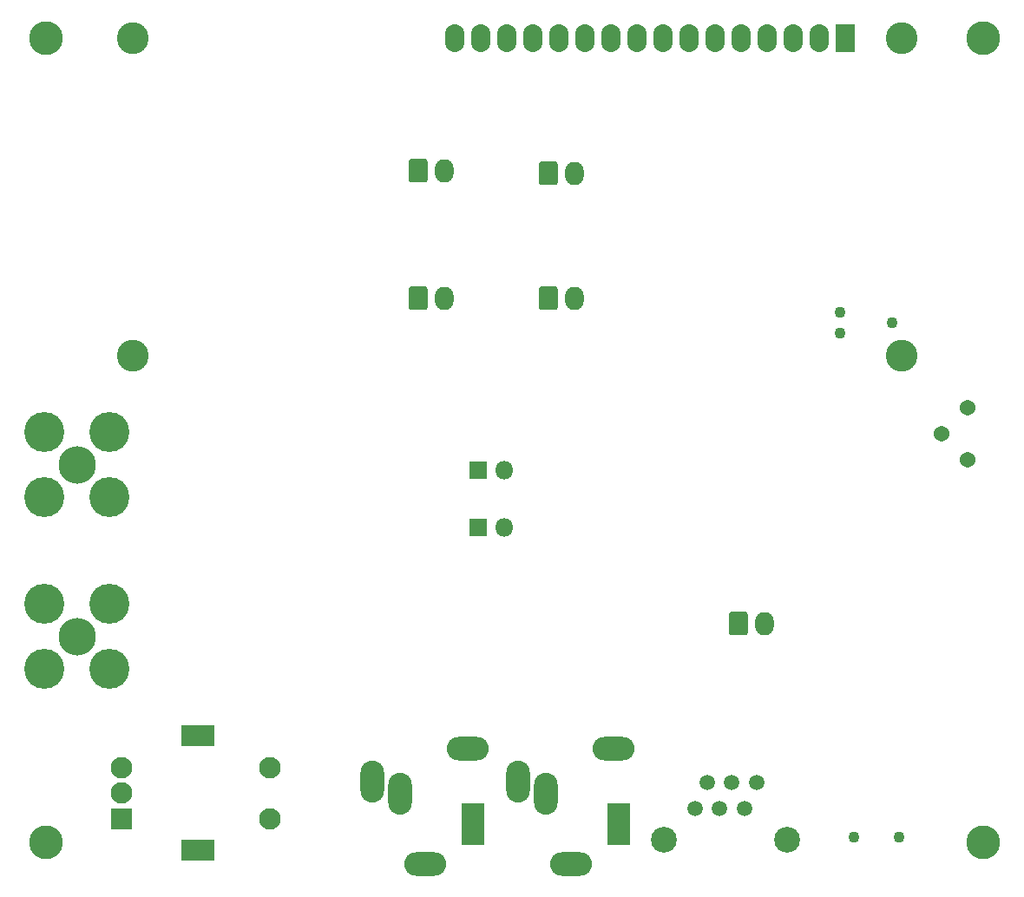
<source format=gbr>
%TF.GenerationSoftware,KiCad,Pcbnew,(5.1.5-0-10_14)*%
%TF.CreationDate,2020-07-31T13:06:06+02:00*%
%TF.ProjectId,pHMeter,70484d65-7465-4722-9e6b-696361645f70,0.1*%
%TF.SameCoordinates,Original*%
%TF.FileFunction,Soldermask,Bot*%
%TF.FilePolarity,Negative*%
%FSLAX46Y46*%
G04 Gerber Fmt 4.6, Leading zero omitted, Abs format (unit mm)*
G04 Created by KiCad (PCBNEW (5.1.5-0-10_14)) date 2020-07-31 13:06:06*
%MOMM*%
%LPD*%
G04 APERTURE LIST*
%ADD10R,1.800000X1.800000*%
%ADD11O,1.800000X1.800000*%
%ADD12R,1.900000X2.700000*%
%ADD13O,1.900000X2.700000*%
%ADD14C,3.100000*%
%ADD15C,1.090600*%
%ADD16C,3.910000*%
%ADD17C,3.656000*%
%ADD18C,1.100000*%
%ADD19C,2.100000*%
%ADD20R,3.300000X2.100000*%
%ADD21R,2.100000X2.100000*%
%ADD22C,3.300000*%
%ADD23C,2.513000*%
%ADD24C,1.497000*%
%ADD25R,2.300000X4.100000*%
%ADD26O,4.100000X2.300000*%
%ADD27O,2.300000X4.100000*%
%ADD28C,0.100000*%
%ADD29O,1.840000X2.290000*%
%ADD30C,1.540000*%
G04 APERTURE END LIST*
D10*
%TO.C,JP2*%
X225806000Y-113538000D03*
D11*
X228346000Y-113538000D03*
%TD*%
%TO.C,JP1*%
X228346000Y-107950000D03*
D10*
X225806000Y-107950000D03*
%TD*%
D12*
%TO.C,DS1*%
X261620000Y-65786000D03*
D13*
X259080000Y-65786000D03*
X256540000Y-65786000D03*
X254000000Y-65786000D03*
X251460000Y-65786000D03*
X248920000Y-65786000D03*
X246380000Y-65786000D03*
X243840000Y-65786000D03*
X241300000Y-65786000D03*
X238760000Y-65786000D03*
X236220000Y-65786000D03*
X233680000Y-65786000D03*
X231140000Y-65786000D03*
X228600000Y-65786000D03*
X226060000Y-65786000D03*
X223520000Y-65786000D03*
D14*
X267119100Y-65786000D03*
X267119100Y-96786700D03*
X192120520Y-96786700D03*
X192120000Y-65786000D03*
%TD*%
D15*
%TO.C,J1*%
X261112000Y-94615000D03*
X261112000Y-92583000D03*
X266192000Y-93599000D03*
%TD*%
D16*
%TO.C,J2*%
X183515000Y-121031000D03*
D17*
X186690000Y-124206000D03*
D16*
X189865000Y-121031000D03*
X183515000Y-127381000D03*
X189865000Y-127381000D03*
%TD*%
%TO.C,J3*%
X189865000Y-110617000D03*
X183515000Y-110617000D03*
X189865000Y-104267000D03*
D17*
X186690000Y-107442000D03*
D16*
X183515000Y-104267000D03*
%TD*%
D18*
%TO.C,X1*%
X262468000Y-143764000D03*
X266868000Y-143764000D03*
%TD*%
D19*
%TO.C,SW1*%
X205508000Y-136986000D03*
X205508000Y-141986000D03*
D20*
X198508000Y-133886000D03*
X198508000Y-145086000D03*
D19*
X191008000Y-136986000D03*
X191008000Y-139486000D03*
D21*
X191008000Y-141986000D03*
%TD*%
D22*
%TO.C,H1*%
X183642000Y-144272000D03*
%TD*%
%TO.C,H2*%
X275082000Y-144272000D03*
%TD*%
%TO.C,H3*%
X183642000Y-65786000D03*
%TD*%
%TO.C,H4*%
X275082000Y-65786000D03*
%TD*%
D23*
%TO.C,J5*%
X243984002Y-144030000D03*
X255984000Y-144030000D03*
D24*
X246983999Y-140970000D03*
X248183999Y-138430000D03*
X249384000Y-140970000D03*
X250584000Y-138430000D03*
X251784000Y-140970000D03*
X252984000Y-138430000D03*
%TD*%
D25*
%TO.C,J4*%
X239522000Y-142494000D03*
D26*
X239022000Y-135194000D03*
D27*
X232422000Y-139594000D03*
X229722000Y-138394000D03*
D26*
X234922000Y-146394000D03*
%TD*%
%TO.C,J6*%
X220690000Y-146394000D03*
D27*
X215490000Y-138394000D03*
X218190000Y-139594000D03*
D26*
X224790000Y-135194000D03*
D25*
X225290000Y-142494000D03*
%TD*%
D28*
%TO.C,JP3*%
G36*
X220645545Y-90042273D02*
G01*
X220671208Y-90046080D01*
X220696375Y-90052384D01*
X220720802Y-90061124D01*
X220744255Y-90072216D01*
X220766507Y-90085554D01*
X220787346Y-90101009D01*
X220806569Y-90118431D01*
X220823991Y-90137654D01*
X220839446Y-90158493D01*
X220852784Y-90180745D01*
X220863876Y-90204198D01*
X220872616Y-90228625D01*
X220878920Y-90253792D01*
X220882727Y-90279455D01*
X220884000Y-90305367D01*
X220884000Y-92066633D01*
X220882727Y-92092545D01*
X220878920Y-92118208D01*
X220872616Y-92143375D01*
X220863876Y-92167802D01*
X220852784Y-92191255D01*
X220839446Y-92213507D01*
X220823991Y-92234346D01*
X220806569Y-92253569D01*
X220787346Y-92270991D01*
X220766507Y-92286446D01*
X220744255Y-92299784D01*
X220720802Y-92310876D01*
X220696375Y-92319616D01*
X220671208Y-92325920D01*
X220645545Y-92329727D01*
X220619633Y-92331000D01*
X219308367Y-92331000D01*
X219282455Y-92329727D01*
X219256792Y-92325920D01*
X219231625Y-92319616D01*
X219207198Y-92310876D01*
X219183745Y-92299784D01*
X219161493Y-92286446D01*
X219140654Y-92270991D01*
X219121431Y-92253569D01*
X219104009Y-92234346D01*
X219088554Y-92213507D01*
X219075216Y-92191255D01*
X219064124Y-92167802D01*
X219055384Y-92143375D01*
X219049080Y-92118208D01*
X219045273Y-92092545D01*
X219044000Y-92066633D01*
X219044000Y-90305367D01*
X219045273Y-90279455D01*
X219049080Y-90253792D01*
X219055384Y-90228625D01*
X219064124Y-90204198D01*
X219075216Y-90180745D01*
X219088554Y-90158493D01*
X219104009Y-90137654D01*
X219121431Y-90118431D01*
X219140654Y-90101009D01*
X219161493Y-90085554D01*
X219183745Y-90072216D01*
X219207198Y-90061124D01*
X219231625Y-90052384D01*
X219256792Y-90046080D01*
X219282455Y-90042273D01*
X219308367Y-90041000D01*
X220619633Y-90041000D01*
X220645545Y-90042273D01*
G37*
D29*
X222504000Y-91186000D03*
%TD*%
%TO.C,JP4*%
X222504000Y-78740000D03*
D28*
G36*
X220645545Y-77596273D02*
G01*
X220671208Y-77600080D01*
X220696375Y-77606384D01*
X220720802Y-77615124D01*
X220744255Y-77626216D01*
X220766507Y-77639554D01*
X220787346Y-77655009D01*
X220806569Y-77672431D01*
X220823991Y-77691654D01*
X220839446Y-77712493D01*
X220852784Y-77734745D01*
X220863876Y-77758198D01*
X220872616Y-77782625D01*
X220878920Y-77807792D01*
X220882727Y-77833455D01*
X220884000Y-77859367D01*
X220884000Y-79620633D01*
X220882727Y-79646545D01*
X220878920Y-79672208D01*
X220872616Y-79697375D01*
X220863876Y-79721802D01*
X220852784Y-79745255D01*
X220839446Y-79767507D01*
X220823991Y-79788346D01*
X220806569Y-79807569D01*
X220787346Y-79824991D01*
X220766507Y-79840446D01*
X220744255Y-79853784D01*
X220720802Y-79864876D01*
X220696375Y-79873616D01*
X220671208Y-79879920D01*
X220645545Y-79883727D01*
X220619633Y-79885000D01*
X219308367Y-79885000D01*
X219282455Y-79883727D01*
X219256792Y-79879920D01*
X219231625Y-79873616D01*
X219207198Y-79864876D01*
X219183745Y-79853784D01*
X219161493Y-79840446D01*
X219140654Y-79824991D01*
X219121431Y-79807569D01*
X219104009Y-79788346D01*
X219088554Y-79767507D01*
X219075216Y-79745255D01*
X219064124Y-79721802D01*
X219055384Y-79697375D01*
X219049080Y-79672208D01*
X219045273Y-79646545D01*
X219044000Y-79620633D01*
X219044000Y-77859367D01*
X219045273Y-77833455D01*
X219049080Y-77807792D01*
X219055384Y-77782625D01*
X219064124Y-77758198D01*
X219075216Y-77734745D01*
X219088554Y-77712493D01*
X219104009Y-77691654D01*
X219121431Y-77672431D01*
X219140654Y-77655009D01*
X219161493Y-77639554D01*
X219183745Y-77626216D01*
X219207198Y-77615124D01*
X219231625Y-77606384D01*
X219256792Y-77600080D01*
X219282455Y-77596273D01*
X219308367Y-77595000D01*
X220619633Y-77595000D01*
X220645545Y-77596273D01*
G37*
%TD*%
D29*
%TO.C,JP6*%
X235204000Y-78994000D03*
D28*
G36*
X233345545Y-77850273D02*
G01*
X233371208Y-77854080D01*
X233396375Y-77860384D01*
X233420802Y-77869124D01*
X233444255Y-77880216D01*
X233466507Y-77893554D01*
X233487346Y-77909009D01*
X233506569Y-77926431D01*
X233523991Y-77945654D01*
X233539446Y-77966493D01*
X233552784Y-77988745D01*
X233563876Y-78012198D01*
X233572616Y-78036625D01*
X233578920Y-78061792D01*
X233582727Y-78087455D01*
X233584000Y-78113367D01*
X233584000Y-79874633D01*
X233582727Y-79900545D01*
X233578920Y-79926208D01*
X233572616Y-79951375D01*
X233563876Y-79975802D01*
X233552784Y-79999255D01*
X233539446Y-80021507D01*
X233523991Y-80042346D01*
X233506569Y-80061569D01*
X233487346Y-80078991D01*
X233466507Y-80094446D01*
X233444255Y-80107784D01*
X233420802Y-80118876D01*
X233396375Y-80127616D01*
X233371208Y-80133920D01*
X233345545Y-80137727D01*
X233319633Y-80139000D01*
X232008367Y-80139000D01*
X231982455Y-80137727D01*
X231956792Y-80133920D01*
X231931625Y-80127616D01*
X231907198Y-80118876D01*
X231883745Y-80107784D01*
X231861493Y-80094446D01*
X231840654Y-80078991D01*
X231821431Y-80061569D01*
X231804009Y-80042346D01*
X231788554Y-80021507D01*
X231775216Y-79999255D01*
X231764124Y-79975802D01*
X231755384Y-79951375D01*
X231749080Y-79926208D01*
X231745273Y-79900545D01*
X231744000Y-79874633D01*
X231744000Y-78113367D01*
X231745273Y-78087455D01*
X231749080Y-78061792D01*
X231755384Y-78036625D01*
X231764124Y-78012198D01*
X231775216Y-77988745D01*
X231788554Y-77966493D01*
X231804009Y-77945654D01*
X231821431Y-77926431D01*
X231840654Y-77909009D01*
X231861493Y-77893554D01*
X231883745Y-77880216D01*
X231907198Y-77869124D01*
X231931625Y-77860384D01*
X231956792Y-77854080D01*
X231982455Y-77850273D01*
X232008367Y-77849000D01*
X233319633Y-77849000D01*
X233345545Y-77850273D01*
G37*
%TD*%
%TO.C,JP7*%
G36*
X233345545Y-90042273D02*
G01*
X233371208Y-90046080D01*
X233396375Y-90052384D01*
X233420802Y-90061124D01*
X233444255Y-90072216D01*
X233466507Y-90085554D01*
X233487346Y-90101009D01*
X233506569Y-90118431D01*
X233523991Y-90137654D01*
X233539446Y-90158493D01*
X233552784Y-90180745D01*
X233563876Y-90204198D01*
X233572616Y-90228625D01*
X233578920Y-90253792D01*
X233582727Y-90279455D01*
X233584000Y-90305367D01*
X233584000Y-92066633D01*
X233582727Y-92092545D01*
X233578920Y-92118208D01*
X233572616Y-92143375D01*
X233563876Y-92167802D01*
X233552784Y-92191255D01*
X233539446Y-92213507D01*
X233523991Y-92234346D01*
X233506569Y-92253569D01*
X233487346Y-92270991D01*
X233466507Y-92286446D01*
X233444255Y-92299784D01*
X233420802Y-92310876D01*
X233396375Y-92319616D01*
X233371208Y-92325920D01*
X233345545Y-92329727D01*
X233319633Y-92331000D01*
X232008367Y-92331000D01*
X231982455Y-92329727D01*
X231956792Y-92325920D01*
X231931625Y-92319616D01*
X231907198Y-92310876D01*
X231883745Y-92299784D01*
X231861493Y-92286446D01*
X231840654Y-92270991D01*
X231821431Y-92253569D01*
X231804009Y-92234346D01*
X231788554Y-92213507D01*
X231775216Y-92191255D01*
X231764124Y-92167802D01*
X231755384Y-92143375D01*
X231749080Y-92118208D01*
X231745273Y-92092545D01*
X231744000Y-92066633D01*
X231744000Y-90305367D01*
X231745273Y-90279455D01*
X231749080Y-90253792D01*
X231755384Y-90228625D01*
X231764124Y-90204198D01*
X231775216Y-90180745D01*
X231788554Y-90158493D01*
X231804009Y-90137654D01*
X231821431Y-90118431D01*
X231840654Y-90101009D01*
X231861493Y-90085554D01*
X231883745Y-90072216D01*
X231907198Y-90061124D01*
X231931625Y-90052384D01*
X231956792Y-90046080D01*
X231982455Y-90042273D01*
X232008367Y-90041000D01*
X233319633Y-90041000D01*
X233345545Y-90042273D01*
G37*
D29*
X235204000Y-91186000D03*
%TD*%
D30*
%TO.C,RV1*%
X273558000Y-101854000D03*
X271018000Y-104394000D03*
X273558000Y-106934000D03*
%TD*%
D28*
%TO.C,JP5*%
G36*
X251887545Y-121792273D02*
G01*
X251913208Y-121796080D01*
X251938375Y-121802384D01*
X251962802Y-121811124D01*
X251986255Y-121822216D01*
X252008507Y-121835554D01*
X252029346Y-121851009D01*
X252048569Y-121868431D01*
X252065991Y-121887654D01*
X252081446Y-121908493D01*
X252094784Y-121930745D01*
X252105876Y-121954198D01*
X252114616Y-121978625D01*
X252120920Y-122003792D01*
X252124727Y-122029455D01*
X252126000Y-122055367D01*
X252126000Y-123816633D01*
X252124727Y-123842545D01*
X252120920Y-123868208D01*
X252114616Y-123893375D01*
X252105876Y-123917802D01*
X252094784Y-123941255D01*
X252081446Y-123963507D01*
X252065991Y-123984346D01*
X252048569Y-124003569D01*
X252029346Y-124020991D01*
X252008507Y-124036446D01*
X251986255Y-124049784D01*
X251962802Y-124060876D01*
X251938375Y-124069616D01*
X251913208Y-124075920D01*
X251887545Y-124079727D01*
X251861633Y-124081000D01*
X250550367Y-124081000D01*
X250524455Y-124079727D01*
X250498792Y-124075920D01*
X250473625Y-124069616D01*
X250449198Y-124060876D01*
X250425745Y-124049784D01*
X250403493Y-124036446D01*
X250382654Y-124020991D01*
X250363431Y-124003569D01*
X250346009Y-123984346D01*
X250330554Y-123963507D01*
X250317216Y-123941255D01*
X250306124Y-123917802D01*
X250297384Y-123893375D01*
X250291080Y-123868208D01*
X250287273Y-123842545D01*
X250286000Y-123816633D01*
X250286000Y-122055367D01*
X250287273Y-122029455D01*
X250291080Y-122003792D01*
X250297384Y-121978625D01*
X250306124Y-121954198D01*
X250317216Y-121930745D01*
X250330554Y-121908493D01*
X250346009Y-121887654D01*
X250363431Y-121868431D01*
X250382654Y-121851009D01*
X250403493Y-121835554D01*
X250425745Y-121822216D01*
X250449198Y-121811124D01*
X250473625Y-121802384D01*
X250498792Y-121796080D01*
X250524455Y-121792273D01*
X250550367Y-121791000D01*
X251861633Y-121791000D01*
X251887545Y-121792273D01*
G37*
D29*
X253746000Y-122936000D03*
%TD*%
M02*

</source>
